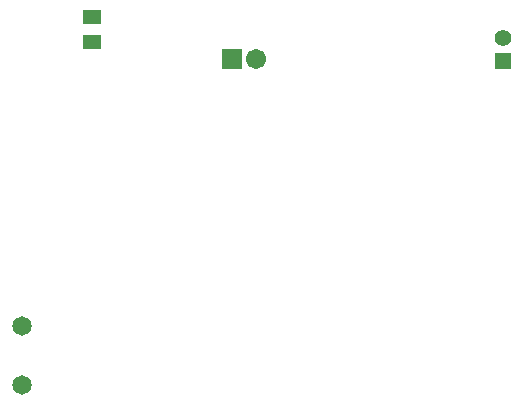
<source format=gbs>
G04*
G04 #@! TF.GenerationSoftware,Altium Limited,Altium Designer,24.0.1 (36)*
G04*
G04 Layer_Color=16711935*
%FSLAX44Y44*%
%MOMM*%
G71*
G04*
G04 #@! TF.SameCoordinates,40904156-3D38-421D-9BDF-46F29154AA19*
G04*
G04*
G04 #@! TF.FilePolarity,Negative*
G04*
G01*
G75*
%ADD41C,1.4032*%
%ADD42R,1.4032X1.4032*%
%ADD43R,1.7032X1.7032*%
%ADD44C,1.7032*%
%ADD45C,1.6532*%
%ADD104R,1.5032X1.3032*%
D41*
X462534Y362458D02*
D03*
D42*
Y342458D02*
D03*
D43*
X233745Y344224D02*
D03*
D44*
X253746D02*
D03*
D45*
X55880Y68680D02*
D03*
Y118680D02*
D03*
D104*
X115316Y358648D02*
D03*
Y379648D02*
D03*
M02*

</source>
